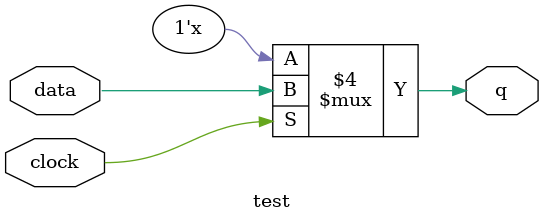
<source format=v>
module test(clock,data,q);
    input  clock, data;
    output q;

    reg    q;

    initial q = 0;

    always @ (clock or data)
      if (clock) q = data;

endmodule // test

</source>
